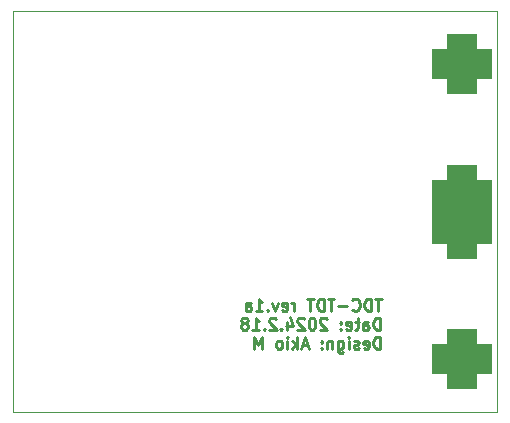
<source format=gbr>
%TF.GenerationSoftware,KiCad,Pcbnew,7.0.5*%
%TF.CreationDate,2024-02-18T20:54:15+09:00*%
%TF.ProjectId,tdc-tdt-kicad,7464632d-7464-4742-9d6b-696361642e6b,rev?*%
%TF.SameCoordinates,Original*%
%TF.FileFunction,Legend,Bot*%
%TF.FilePolarity,Positive*%
%FSLAX46Y46*%
G04 Gerber Fmt 4.6, Leading zero omitted, Abs format (unit mm)*
G04 Created by KiCad (PCBNEW 7.0.5) date 2024-02-18 20:54:15*
%MOMM*%
%LPD*%
G01*
G04 APERTURE LIST*
G04 Aperture macros list*
%AMRoundRect*
0 Rectangle with rounded corners*
0 $1 Rounding radius*
0 $2 $3 $4 $5 $6 $7 $8 $9 X,Y pos of 4 corners*
0 Add a 4 corners polygon primitive as box body*
4,1,4,$2,$3,$4,$5,$6,$7,$8,$9,$2,$3,0*
0 Add four circle primitives for the rounded corners*
1,1,$1+$1,$2,$3*
1,1,$1+$1,$4,$5*
1,1,$1+$1,$6,$7*
1,1,$1+$1,$8,$9*
0 Add four rect primitives between the rounded corners*
20,1,$1+$1,$2,$3,$4,$5,0*
20,1,$1+$1,$4,$5,$6,$7,0*
20,1,$1+$1,$6,$7,$8,$9,0*
20,1,$1+$1,$8,$9,$2,$3,0*%
G04 Aperture macros list end*
%ADD10C,0.100000*%
%ADD11C,0.250000*%
%ADD12R,1.700000X1.700000*%
%ADD13O,1.700000X1.700000*%
%ADD14RoundRect,1.250000X1.250000X-1.250000X1.250000X1.250000X-1.250000X1.250000X-1.250000X-1.250000X0*%
%ADD15RoundRect,1.250000X1.250000X-2.750000X1.250000X2.750000X-1.250000X2.750000X-1.250000X-2.750000X0*%
%ADD16C,0.650000*%
%ADD17O,2.100000X1.000000*%
%ADD18O,1.800000X1.000000*%
G04 APERTURE END LIST*
D10*
X129000000Y-50000000D02*
X170000000Y-50000000D01*
X170000000Y-84000000D01*
X129000000Y-84000000D01*
X129000000Y-50000000D01*
D11*
X160240288Y-74394619D02*
X159668860Y-74394619D01*
X159954574Y-75394619D02*
X159954574Y-74394619D01*
X159335526Y-75394619D02*
X159335526Y-74394619D01*
X159335526Y-74394619D02*
X159097431Y-74394619D01*
X159097431Y-74394619D02*
X158954574Y-74442238D01*
X158954574Y-74442238D02*
X158859336Y-74537476D01*
X158859336Y-74537476D02*
X158811717Y-74632714D01*
X158811717Y-74632714D02*
X158764098Y-74823190D01*
X158764098Y-74823190D02*
X158764098Y-74966047D01*
X158764098Y-74966047D02*
X158811717Y-75156523D01*
X158811717Y-75156523D02*
X158859336Y-75251761D01*
X158859336Y-75251761D02*
X158954574Y-75347000D01*
X158954574Y-75347000D02*
X159097431Y-75394619D01*
X159097431Y-75394619D02*
X159335526Y-75394619D01*
X157764098Y-75299380D02*
X157811717Y-75347000D01*
X157811717Y-75347000D02*
X157954574Y-75394619D01*
X157954574Y-75394619D02*
X158049812Y-75394619D01*
X158049812Y-75394619D02*
X158192669Y-75347000D01*
X158192669Y-75347000D02*
X158287907Y-75251761D01*
X158287907Y-75251761D02*
X158335526Y-75156523D01*
X158335526Y-75156523D02*
X158383145Y-74966047D01*
X158383145Y-74966047D02*
X158383145Y-74823190D01*
X158383145Y-74823190D02*
X158335526Y-74632714D01*
X158335526Y-74632714D02*
X158287907Y-74537476D01*
X158287907Y-74537476D02*
X158192669Y-74442238D01*
X158192669Y-74442238D02*
X158049812Y-74394619D01*
X158049812Y-74394619D02*
X157954574Y-74394619D01*
X157954574Y-74394619D02*
X157811717Y-74442238D01*
X157811717Y-74442238D02*
X157764098Y-74489857D01*
X157335526Y-75013666D02*
X156573622Y-75013666D01*
X156240288Y-74394619D02*
X155668860Y-74394619D01*
X155954574Y-75394619D02*
X155954574Y-74394619D01*
X155335526Y-75394619D02*
X155335526Y-74394619D01*
X155335526Y-74394619D02*
X155097431Y-74394619D01*
X155097431Y-74394619D02*
X154954574Y-74442238D01*
X154954574Y-74442238D02*
X154859336Y-74537476D01*
X154859336Y-74537476D02*
X154811717Y-74632714D01*
X154811717Y-74632714D02*
X154764098Y-74823190D01*
X154764098Y-74823190D02*
X154764098Y-74966047D01*
X154764098Y-74966047D02*
X154811717Y-75156523D01*
X154811717Y-75156523D02*
X154859336Y-75251761D01*
X154859336Y-75251761D02*
X154954574Y-75347000D01*
X154954574Y-75347000D02*
X155097431Y-75394619D01*
X155097431Y-75394619D02*
X155335526Y-75394619D01*
X154478383Y-74394619D02*
X153906955Y-74394619D01*
X154192669Y-75394619D02*
X154192669Y-74394619D01*
X152811716Y-75394619D02*
X152811716Y-74727952D01*
X152811716Y-74918428D02*
X152764097Y-74823190D01*
X152764097Y-74823190D02*
X152716478Y-74775571D01*
X152716478Y-74775571D02*
X152621240Y-74727952D01*
X152621240Y-74727952D02*
X152526002Y-74727952D01*
X151811716Y-75347000D02*
X151906954Y-75394619D01*
X151906954Y-75394619D02*
X152097430Y-75394619D01*
X152097430Y-75394619D02*
X152192668Y-75347000D01*
X152192668Y-75347000D02*
X152240287Y-75251761D01*
X152240287Y-75251761D02*
X152240287Y-74870809D01*
X152240287Y-74870809D02*
X152192668Y-74775571D01*
X152192668Y-74775571D02*
X152097430Y-74727952D01*
X152097430Y-74727952D02*
X151906954Y-74727952D01*
X151906954Y-74727952D02*
X151811716Y-74775571D01*
X151811716Y-74775571D02*
X151764097Y-74870809D01*
X151764097Y-74870809D02*
X151764097Y-74966047D01*
X151764097Y-74966047D02*
X152240287Y-75061285D01*
X151430763Y-74727952D02*
X151192668Y-75394619D01*
X151192668Y-75394619D02*
X150954573Y-74727952D01*
X150573620Y-75299380D02*
X150526001Y-75347000D01*
X150526001Y-75347000D02*
X150573620Y-75394619D01*
X150573620Y-75394619D02*
X150621239Y-75347000D01*
X150621239Y-75347000D02*
X150573620Y-75299380D01*
X150573620Y-75299380D02*
X150573620Y-75394619D01*
X149573621Y-75394619D02*
X150145049Y-75394619D01*
X149859335Y-75394619D02*
X149859335Y-74394619D01*
X149859335Y-74394619D02*
X149954573Y-74537476D01*
X149954573Y-74537476D02*
X150049811Y-74632714D01*
X150049811Y-74632714D02*
X150145049Y-74680333D01*
X148716478Y-75394619D02*
X148716478Y-74870809D01*
X148716478Y-74870809D02*
X148764097Y-74775571D01*
X148764097Y-74775571D02*
X148859335Y-74727952D01*
X148859335Y-74727952D02*
X149049811Y-74727952D01*
X149049811Y-74727952D02*
X149145049Y-74775571D01*
X148716478Y-75347000D02*
X148811716Y-75394619D01*
X148811716Y-75394619D02*
X149049811Y-75394619D01*
X149049811Y-75394619D02*
X149145049Y-75347000D01*
X149145049Y-75347000D02*
X149192668Y-75251761D01*
X149192668Y-75251761D02*
X149192668Y-75156523D01*
X149192668Y-75156523D02*
X149145049Y-75061285D01*
X149145049Y-75061285D02*
X149049811Y-75013666D01*
X149049811Y-75013666D02*
X148811716Y-75013666D01*
X148811716Y-75013666D02*
X148716478Y-74966047D01*
X160097431Y-77004619D02*
X160097431Y-76004619D01*
X160097431Y-76004619D02*
X159859336Y-76004619D01*
X159859336Y-76004619D02*
X159716479Y-76052238D01*
X159716479Y-76052238D02*
X159621241Y-76147476D01*
X159621241Y-76147476D02*
X159573622Y-76242714D01*
X159573622Y-76242714D02*
X159526003Y-76433190D01*
X159526003Y-76433190D02*
X159526003Y-76576047D01*
X159526003Y-76576047D02*
X159573622Y-76766523D01*
X159573622Y-76766523D02*
X159621241Y-76861761D01*
X159621241Y-76861761D02*
X159716479Y-76957000D01*
X159716479Y-76957000D02*
X159859336Y-77004619D01*
X159859336Y-77004619D02*
X160097431Y-77004619D01*
X158668860Y-77004619D02*
X158668860Y-76480809D01*
X158668860Y-76480809D02*
X158716479Y-76385571D01*
X158716479Y-76385571D02*
X158811717Y-76337952D01*
X158811717Y-76337952D02*
X159002193Y-76337952D01*
X159002193Y-76337952D02*
X159097431Y-76385571D01*
X158668860Y-76957000D02*
X158764098Y-77004619D01*
X158764098Y-77004619D02*
X159002193Y-77004619D01*
X159002193Y-77004619D02*
X159097431Y-76957000D01*
X159097431Y-76957000D02*
X159145050Y-76861761D01*
X159145050Y-76861761D02*
X159145050Y-76766523D01*
X159145050Y-76766523D02*
X159097431Y-76671285D01*
X159097431Y-76671285D02*
X159002193Y-76623666D01*
X159002193Y-76623666D02*
X158764098Y-76623666D01*
X158764098Y-76623666D02*
X158668860Y-76576047D01*
X158335526Y-76337952D02*
X157954574Y-76337952D01*
X158192669Y-76004619D02*
X158192669Y-76861761D01*
X158192669Y-76861761D02*
X158145050Y-76957000D01*
X158145050Y-76957000D02*
X158049812Y-77004619D01*
X158049812Y-77004619D02*
X157954574Y-77004619D01*
X157240288Y-76957000D02*
X157335526Y-77004619D01*
X157335526Y-77004619D02*
X157526002Y-77004619D01*
X157526002Y-77004619D02*
X157621240Y-76957000D01*
X157621240Y-76957000D02*
X157668859Y-76861761D01*
X157668859Y-76861761D02*
X157668859Y-76480809D01*
X157668859Y-76480809D02*
X157621240Y-76385571D01*
X157621240Y-76385571D02*
X157526002Y-76337952D01*
X157526002Y-76337952D02*
X157335526Y-76337952D01*
X157335526Y-76337952D02*
X157240288Y-76385571D01*
X157240288Y-76385571D02*
X157192669Y-76480809D01*
X157192669Y-76480809D02*
X157192669Y-76576047D01*
X157192669Y-76576047D02*
X157668859Y-76671285D01*
X156764097Y-76909380D02*
X156716478Y-76957000D01*
X156716478Y-76957000D02*
X156764097Y-77004619D01*
X156764097Y-77004619D02*
X156811716Y-76957000D01*
X156811716Y-76957000D02*
X156764097Y-76909380D01*
X156764097Y-76909380D02*
X156764097Y-77004619D01*
X156764097Y-76385571D02*
X156716478Y-76433190D01*
X156716478Y-76433190D02*
X156764097Y-76480809D01*
X156764097Y-76480809D02*
X156811716Y-76433190D01*
X156811716Y-76433190D02*
X156764097Y-76385571D01*
X156764097Y-76385571D02*
X156764097Y-76480809D01*
X155573621Y-76099857D02*
X155526002Y-76052238D01*
X155526002Y-76052238D02*
X155430764Y-76004619D01*
X155430764Y-76004619D02*
X155192669Y-76004619D01*
X155192669Y-76004619D02*
X155097431Y-76052238D01*
X155097431Y-76052238D02*
X155049812Y-76099857D01*
X155049812Y-76099857D02*
X155002193Y-76195095D01*
X155002193Y-76195095D02*
X155002193Y-76290333D01*
X155002193Y-76290333D02*
X155049812Y-76433190D01*
X155049812Y-76433190D02*
X155621240Y-77004619D01*
X155621240Y-77004619D02*
X155002193Y-77004619D01*
X154383145Y-76004619D02*
X154287907Y-76004619D01*
X154287907Y-76004619D02*
X154192669Y-76052238D01*
X154192669Y-76052238D02*
X154145050Y-76099857D01*
X154145050Y-76099857D02*
X154097431Y-76195095D01*
X154097431Y-76195095D02*
X154049812Y-76385571D01*
X154049812Y-76385571D02*
X154049812Y-76623666D01*
X154049812Y-76623666D02*
X154097431Y-76814142D01*
X154097431Y-76814142D02*
X154145050Y-76909380D01*
X154145050Y-76909380D02*
X154192669Y-76957000D01*
X154192669Y-76957000D02*
X154287907Y-77004619D01*
X154287907Y-77004619D02*
X154383145Y-77004619D01*
X154383145Y-77004619D02*
X154478383Y-76957000D01*
X154478383Y-76957000D02*
X154526002Y-76909380D01*
X154526002Y-76909380D02*
X154573621Y-76814142D01*
X154573621Y-76814142D02*
X154621240Y-76623666D01*
X154621240Y-76623666D02*
X154621240Y-76385571D01*
X154621240Y-76385571D02*
X154573621Y-76195095D01*
X154573621Y-76195095D02*
X154526002Y-76099857D01*
X154526002Y-76099857D02*
X154478383Y-76052238D01*
X154478383Y-76052238D02*
X154383145Y-76004619D01*
X153668859Y-76099857D02*
X153621240Y-76052238D01*
X153621240Y-76052238D02*
X153526002Y-76004619D01*
X153526002Y-76004619D02*
X153287907Y-76004619D01*
X153287907Y-76004619D02*
X153192669Y-76052238D01*
X153192669Y-76052238D02*
X153145050Y-76099857D01*
X153145050Y-76099857D02*
X153097431Y-76195095D01*
X153097431Y-76195095D02*
X153097431Y-76290333D01*
X153097431Y-76290333D02*
X153145050Y-76433190D01*
X153145050Y-76433190D02*
X153716478Y-77004619D01*
X153716478Y-77004619D02*
X153097431Y-77004619D01*
X152240288Y-76337952D02*
X152240288Y-77004619D01*
X152478383Y-75957000D02*
X152716478Y-76671285D01*
X152716478Y-76671285D02*
X152097431Y-76671285D01*
X151716478Y-76909380D02*
X151668859Y-76957000D01*
X151668859Y-76957000D02*
X151716478Y-77004619D01*
X151716478Y-77004619D02*
X151764097Y-76957000D01*
X151764097Y-76957000D02*
X151716478Y-76909380D01*
X151716478Y-76909380D02*
X151716478Y-77004619D01*
X151287907Y-76099857D02*
X151240288Y-76052238D01*
X151240288Y-76052238D02*
X151145050Y-76004619D01*
X151145050Y-76004619D02*
X150906955Y-76004619D01*
X150906955Y-76004619D02*
X150811717Y-76052238D01*
X150811717Y-76052238D02*
X150764098Y-76099857D01*
X150764098Y-76099857D02*
X150716479Y-76195095D01*
X150716479Y-76195095D02*
X150716479Y-76290333D01*
X150716479Y-76290333D02*
X150764098Y-76433190D01*
X150764098Y-76433190D02*
X151335526Y-77004619D01*
X151335526Y-77004619D02*
X150716479Y-77004619D01*
X150287907Y-76909380D02*
X150240288Y-76957000D01*
X150240288Y-76957000D02*
X150287907Y-77004619D01*
X150287907Y-77004619D02*
X150335526Y-76957000D01*
X150335526Y-76957000D02*
X150287907Y-76909380D01*
X150287907Y-76909380D02*
X150287907Y-77004619D01*
X149287908Y-77004619D02*
X149859336Y-77004619D01*
X149573622Y-77004619D02*
X149573622Y-76004619D01*
X149573622Y-76004619D02*
X149668860Y-76147476D01*
X149668860Y-76147476D02*
X149764098Y-76242714D01*
X149764098Y-76242714D02*
X149859336Y-76290333D01*
X148716479Y-76433190D02*
X148811717Y-76385571D01*
X148811717Y-76385571D02*
X148859336Y-76337952D01*
X148859336Y-76337952D02*
X148906955Y-76242714D01*
X148906955Y-76242714D02*
X148906955Y-76195095D01*
X148906955Y-76195095D02*
X148859336Y-76099857D01*
X148859336Y-76099857D02*
X148811717Y-76052238D01*
X148811717Y-76052238D02*
X148716479Y-76004619D01*
X148716479Y-76004619D02*
X148526003Y-76004619D01*
X148526003Y-76004619D02*
X148430765Y-76052238D01*
X148430765Y-76052238D02*
X148383146Y-76099857D01*
X148383146Y-76099857D02*
X148335527Y-76195095D01*
X148335527Y-76195095D02*
X148335527Y-76242714D01*
X148335527Y-76242714D02*
X148383146Y-76337952D01*
X148383146Y-76337952D02*
X148430765Y-76385571D01*
X148430765Y-76385571D02*
X148526003Y-76433190D01*
X148526003Y-76433190D02*
X148716479Y-76433190D01*
X148716479Y-76433190D02*
X148811717Y-76480809D01*
X148811717Y-76480809D02*
X148859336Y-76528428D01*
X148859336Y-76528428D02*
X148906955Y-76623666D01*
X148906955Y-76623666D02*
X148906955Y-76814142D01*
X148906955Y-76814142D02*
X148859336Y-76909380D01*
X148859336Y-76909380D02*
X148811717Y-76957000D01*
X148811717Y-76957000D02*
X148716479Y-77004619D01*
X148716479Y-77004619D02*
X148526003Y-77004619D01*
X148526003Y-77004619D02*
X148430765Y-76957000D01*
X148430765Y-76957000D02*
X148383146Y-76909380D01*
X148383146Y-76909380D02*
X148335527Y-76814142D01*
X148335527Y-76814142D02*
X148335527Y-76623666D01*
X148335527Y-76623666D02*
X148383146Y-76528428D01*
X148383146Y-76528428D02*
X148430765Y-76480809D01*
X148430765Y-76480809D02*
X148526003Y-76433190D01*
X160097431Y-78614619D02*
X160097431Y-77614619D01*
X160097431Y-77614619D02*
X159859336Y-77614619D01*
X159859336Y-77614619D02*
X159716479Y-77662238D01*
X159716479Y-77662238D02*
X159621241Y-77757476D01*
X159621241Y-77757476D02*
X159573622Y-77852714D01*
X159573622Y-77852714D02*
X159526003Y-78043190D01*
X159526003Y-78043190D02*
X159526003Y-78186047D01*
X159526003Y-78186047D02*
X159573622Y-78376523D01*
X159573622Y-78376523D02*
X159621241Y-78471761D01*
X159621241Y-78471761D02*
X159716479Y-78567000D01*
X159716479Y-78567000D02*
X159859336Y-78614619D01*
X159859336Y-78614619D02*
X160097431Y-78614619D01*
X158716479Y-78567000D02*
X158811717Y-78614619D01*
X158811717Y-78614619D02*
X159002193Y-78614619D01*
X159002193Y-78614619D02*
X159097431Y-78567000D01*
X159097431Y-78567000D02*
X159145050Y-78471761D01*
X159145050Y-78471761D02*
X159145050Y-78090809D01*
X159145050Y-78090809D02*
X159097431Y-77995571D01*
X159097431Y-77995571D02*
X159002193Y-77947952D01*
X159002193Y-77947952D02*
X158811717Y-77947952D01*
X158811717Y-77947952D02*
X158716479Y-77995571D01*
X158716479Y-77995571D02*
X158668860Y-78090809D01*
X158668860Y-78090809D02*
X158668860Y-78186047D01*
X158668860Y-78186047D02*
X159145050Y-78281285D01*
X158287907Y-78567000D02*
X158192669Y-78614619D01*
X158192669Y-78614619D02*
X158002193Y-78614619D01*
X158002193Y-78614619D02*
X157906955Y-78567000D01*
X157906955Y-78567000D02*
X157859336Y-78471761D01*
X157859336Y-78471761D02*
X157859336Y-78424142D01*
X157859336Y-78424142D02*
X157906955Y-78328904D01*
X157906955Y-78328904D02*
X158002193Y-78281285D01*
X158002193Y-78281285D02*
X158145050Y-78281285D01*
X158145050Y-78281285D02*
X158240288Y-78233666D01*
X158240288Y-78233666D02*
X158287907Y-78138428D01*
X158287907Y-78138428D02*
X158287907Y-78090809D01*
X158287907Y-78090809D02*
X158240288Y-77995571D01*
X158240288Y-77995571D02*
X158145050Y-77947952D01*
X158145050Y-77947952D02*
X158002193Y-77947952D01*
X158002193Y-77947952D02*
X157906955Y-77995571D01*
X157430764Y-78614619D02*
X157430764Y-77947952D01*
X157430764Y-77614619D02*
X157478383Y-77662238D01*
X157478383Y-77662238D02*
X157430764Y-77709857D01*
X157430764Y-77709857D02*
X157383145Y-77662238D01*
X157383145Y-77662238D02*
X157430764Y-77614619D01*
X157430764Y-77614619D02*
X157430764Y-77709857D01*
X156526003Y-77947952D02*
X156526003Y-78757476D01*
X156526003Y-78757476D02*
X156573622Y-78852714D01*
X156573622Y-78852714D02*
X156621241Y-78900333D01*
X156621241Y-78900333D02*
X156716479Y-78947952D01*
X156716479Y-78947952D02*
X156859336Y-78947952D01*
X156859336Y-78947952D02*
X156954574Y-78900333D01*
X156526003Y-78567000D02*
X156621241Y-78614619D01*
X156621241Y-78614619D02*
X156811717Y-78614619D01*
X156811717Y-78614619D02*
X156906955Y-78567000D01*
X156906955Y-78567000D02*
X156954574Y-78519380D01*
X156954574Y-78519380D02*
X157002193Y-78424142D01*
X157002193Y-78424142D02*
X157002193Y-78138428D01*
X157002193Y-78138428D02*
X156954574Y-78043190D01*
X156954574Y-78043190D02*
X156906955Y-77995571D01*
X156906955Y-77995571D02*
X156811717Y-77947952D01*
X156811717Y-77947952D02*
X156621241Y-77947952D01*
X156621241Y-77947952D02*
X156526003Y-77995571D01*
X156049812Y-77947952D02*
X156049812Y-78614619D01*
X156049812Y-78043190D02*
X156002193Y-77995571D01*
X156002193Y-77995571D02*
X155906955Y-77947952D01*
X155906955Y-77947952D02*
X155764098Y-77947952D01*
X155764098Y-77947952D02*
X155668860Y-77995571D01*
X155668860Y-77995571D02*
X155621241Y-78090809D01*
X155621241Y-78090809D02*
X155621241Y-78614619D01*
X155145050Y-78519380D02*
X155097431Y-78567000D01*
X155097431Y-78567000D02*
X155145050Y-78614619D01*
X155145050Y-78614619D02*
X155192669Y-78567000D01*
X155192669Y-78567000D02*
X155145050Y-78519380D01*
X155145050Y-78519380D02*
X155145050Y-78614619D01*
X155145050Y-77995571D02*
X155097431Y-78043190D01*
X155097431Y-78043190D02*
X155145050Y-78090809D01*
X155145050Y-78090809D02*
X155192669Y-78043190D01*
X155192669Y-78043190D02*
X155145050Y-77995571D01*
X155145050Y-77995571D02*
X155145050Y-78090809D01*
X153954574Y-78328904D02*
X153478384Y-78328904D01*
X154049812Y-78614619D02*
X153716479Y-77614619D01*
X153716479Y-77614619D02*
X153383146Y-78614619D01*
X153049812Y-78614619D02*
X153049812Y-77614619D01*
X152954574Y-78233666D02*
X152668860Y-78614619D01*
X152668860Y-77947952D02*
X153049812Y-78328904D01*
X152240288Y-78614619D02*
X152240288Y-77947952D01*
X152240288Y-77614619D02*
X152287907Y-77662238D01*
X152287907Y-77662238D02*
X152240288Y-77709857D01*
X152240288Y-77709857D02*
X152192669Y-77662238D01*
X152192669Y-77662238D02*
X152240288Y-77614619D01*
X152240288Y-77614619D02*
X152240288Y-77709857D01*
X151621241Y-78614619D02*
X151716479Y-78567000D01*
X151716479Y-78567000D02*
X151764098Y-78519380D01*
X151764098Y-78519380D02*
X151811717Y-78424142D01*
X151811717Y-78424142D02*
X151811717Y-78138428D01*
X151811717Y-78138428D02*
X151764098Y-78043190D01*
X151764098Y-78043190D02*
X151716479Y-77995571D01*
X151716479Y-77995571D02*
X151621241Y-77947952D01*
X151621241Y-77947952D02*
X151478384Y-77947952D01*
X151478384Y-77947952D02*
X151383146Y-77995571D01*
X151383146Y-77995571D02*
X151335527Y-78043190D01*
X151335527Y-78043190D02*
X151287908Y-78138428D01*
X151287908Y-78138428D02*
X151287908Y-78424142D01*
X151287908Y-78424142D02*
X151335527Y-78519380D01*
X151335527Y-78519380D02*
X151383146Y-78567000D01*
X151383146Y-78567000D02*
X151478384Y-78614619D01*
X151478384Y-78614619D02*
X151621241Y-78614619D01*
X150097431Y-78614619D02*
X150097431Y-77614619D01*
X150097431Y-77614619D02*
X149764098Y-78328904D01*
X149764098Y-78328904D02*
X149430765Y-77614619D01*
X149430765Y-77614619D02*
X149430765Y-78614619D01*
%LPC*%
D12*
%TO.C,J2*%
X132000000Y-72800000D03*
D13*
X132000000Y-70260000D03*
X132000000Y-67720000D03*
X132000000Y-65180000D03*
%TD*%
D14*
%TO.C,J1*%
X167000000Y-54500000D03*
D15*
X167000000Y-67000000D03*
D14*
X167000000Y-79500000D03*
%TD*%
D16*
%TO.C,U1*%
X135360000Y-53710000D03*
X135360000Y-59490000D03*
D17*
X135860000Y-52280000D03*
D18*
X131680000Y-52280000D03*
D17*
X135860000Y-60920000D03*
D18*
X131680000Y-60920000D03*
%TD*%
%LPD*%
M02*

</source>
